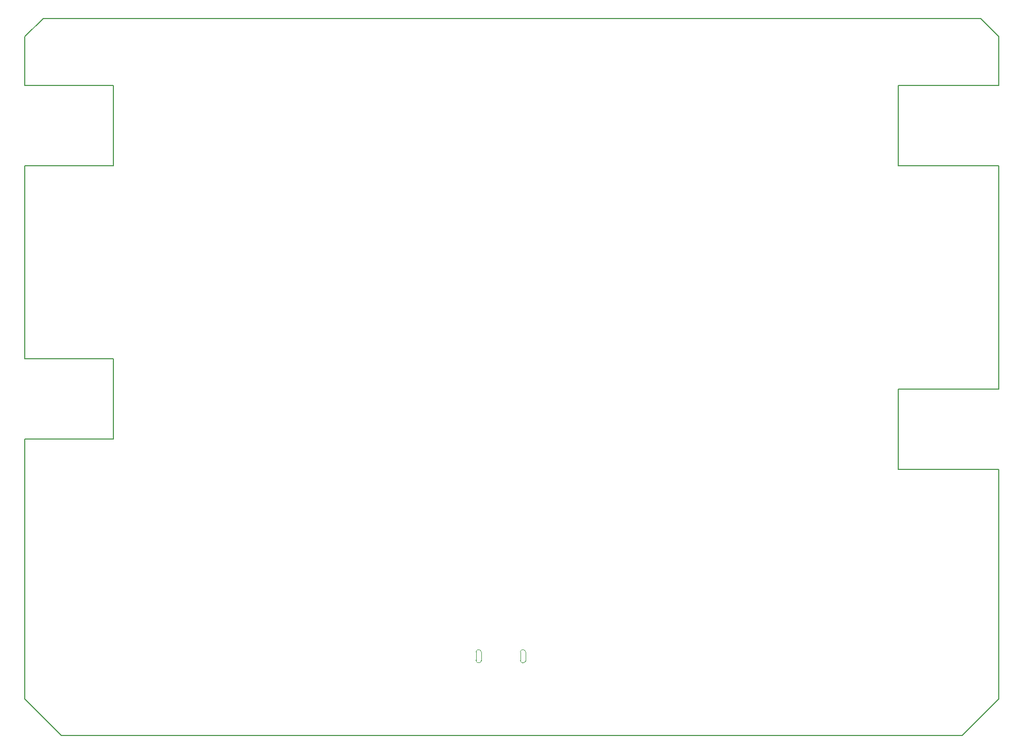
<source format=gko>
G75*
G70*
%OFA0B0*%
%FSLAX25Y25*%
%IPPOS*%
%LPD*%
%AMOC8*
5,1,8,0,0,1.08239X$1,22.5*
%
%ADD25C,0.00787*%
%ADD66C,0.00472*%
X0000000Y0000000D02*
%LPD*%
G01*
D25*
X0057087Y0191960D02*
X0057087Y0243929D01*
X0564961Y0172275D02*
X0629921Y0172275D01*
X0629921Y0369126D02*
X0629921Y0224244D01*
X0000000Y0369126D02*
X0057087Y0369126D01*
X0618110Y0464401D02*
X0629921Y0452590D01*
X0000000Y0191960D02*
X0057087Y0191960D01*
X0057087Y0369126D02*
X0057087Y0421094D01*
X0629921Y0452590D02*
X0629921Y0421094D01*
X0000000Y0243929D02*
X0000000Y0369126D01*
X0564961Y0421094D02*
X0564961Y0369126D01*
X0564961Y0369126D02*
X0629921Y0369126D01*
X0011811Y0464401D02*
X0618110Y0464401D01*
X0057087Y0421094D02*
X0000000Y0421094D01*
X0629921Y0172275D02*
X0629921Y0023622D01*
X0057087Y0243929D02*
X0000000Y0243929D01*
X0629921Y0023622D02*
X0606299Y0000000D01*
X0000000Y0023622D02*
X0000000Y0191960D01*
X0564961Y0224244D02*
X0564961Y0172275D01*
X0629921Y0224244D02*
X0564961Y0224244D01*
X0629921Y0421094D02*
X0564961Y0421094D01*
X0023622Y0000000D02*
X0000000Y0023622D01*
X0000000Y0421094D02*
X0000000Y0452590D01*
X0606299Y0000000D02*
X0023622Y0000000D01*
X0000000Y0452590D02*
X0011811Y0464401D01*
D66*
X0320392Y0048696D02*
X0320392Y0054128D01*
X0323887Y0053869D02*
X0323887Y0048438D01*
X0291674Y0048720D02*
X0291674Y0054152D01*
X0295169Y0053894D02*
X0295169Y0048462D01*
X0323887Y0053869D02*
G75*
G03*
X0320392Y0054128I-001759J-000030D01*
G01*
X0320392Y0048696D02*
G75*
G03*
X0323887Y0048438I0001759J0000030D01*
G01*
X0295169Y0053894D02*
G75*
G03*
X0291674Y0054152I-001759J-000030D01*
G01*
X0291674Y0048720D02*
G75*
G03*
X0295169Y0048462I0001759J0000030D01*
G01*
M02*

</source>
